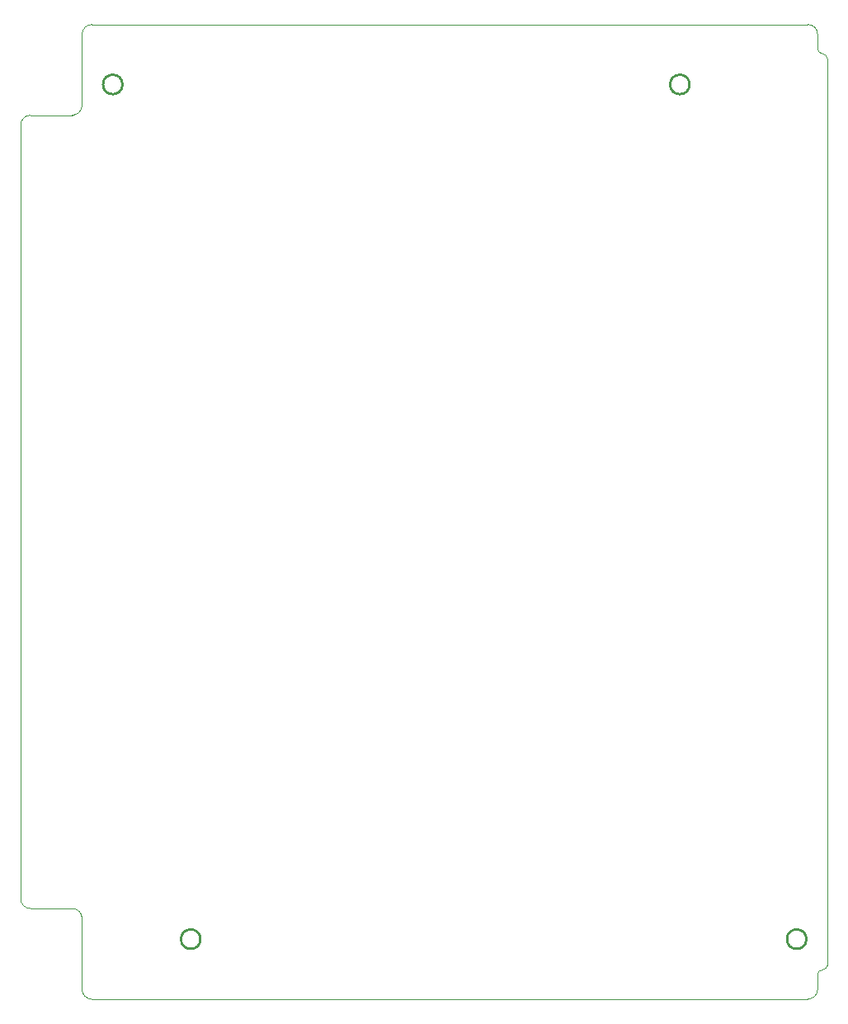
<source format=gm1>
G04 #@! TF.GenerationSoftware,KiCad,Pcbnew,8.0.2*
G04 #@! TF.CreationDate,2024-08-20T08:19:13+02:00*
G04 #@! TF.ProjectId,STS1_SIDEPANEL,53545331-5f53-4494-9445-50414e454c2e,rev?*
G04 #@! TF.SameCoordinates,Original*
G04 #@! TF.FileFunction,Profile,NP*
%FSLAX46Y46*%
G04 Gerber Fmt 4.6, Leading zero omitted, Abs format (unit mm)*
G04 Created by KiCad (PCBNEW 8.0.2) date 2024-08-20 08:19:13*
%MOMM*%
%LPD*%
G01*
G04 APERTURE LIST*
G04 #@! TA.AperFunction,Profile*
%ADD10C,0.100000*%
G04 #@! TD*
G04 #@! TA.AperFunction,Profile*
%ADD11C,0.250000*%
G04 #@! TD*
G04 APERTURE END LIST*
D10*
X83600000Y-49800000D02*
X83600000Y-129200000D01*
X84600000Y-48800000D02*
X88900000Y-48800000D01*
X84600000Y-130200000D02*
X88900000Y-130200000D01*
X89900000Y-47800000D02*
X89900000Y-40500000D01*
X89900000Y-131200000D02*
X89900000Y-138500000D01*
X90900000Y-39500000D02*
X164400000Y-39500000D01*
X90900000Y-139500000D02*
X164400000Y-139500000D01*
X165400000Y-40500000D02*
X165400000Y-42000000D01*
X165400000Y-138500000D02*
X165400000Y-137000000D01*
X166400000Y-43000000D02*
X166400000Y-136000000D01*
X83600000Y-49800000D02*
G75*
G02*
X84600000Y-48800000I1007256J-7256D01*
G01*
X84600000Y-130200000D02*
G75*
G02*
X83600000Y-129200000I7256J1007256D01*
G01*
X88900000Y-130200000D02*
G75*
G02*
X89900000Y-131200000I-7256J-1007256D01*
G01*
X89900000Y-40500000D02*
G75*
G02*
X90900000Y-39500000I1007256J-7256D01*
G01*
X89900000Y-47800000D02*
G75*
G02*
X88900000Y-48800000I-1007256J7256D01*
G01*
X90900000Y-139500000D02*
G75*
G02*
X89900000Y-138500000I7256J1007256D01*
G01*
X164400000Y-39500000D02*
G75*
G02*
X165400000Y-40500000I-7300J-1007300D01*
G01*
X165400000Y-137000000D02*
G75*
G02*
X165900000Y-136500000I479100J20900D01*
G01*
X165400000Y-138500000D02*
G75*
G02*
X164400000Y-139500000I-1007300J7300D01*
G01*
X165900000Y-42500000D02*
G75*
G02*
X165400000Y-42000000I31400J531400D01*
G01*
X165900000Y-42500000D02*
G75*
G02*
X166400000Y-43000000I-75100J-575100D01*
G01*
X166400000Y-136000000D02*
G75*
G02*
X165900000Y-136500000I-552200J52200D01*
G01*
D11*
X94050000Y-45650000D02*
G75*
G02*
X92050000Y-45650000I-1000000J0D01*
G01*
X92050000Y-45650000D02*
G75*
G02*
X94050000Y-45650000I1000000J0D01*
G01*
X102050000Y-133350000D02*
G75*
G02*
X100050000Y-133350000I-1000000J0D01*
G01*
X100050000Y-133350000D02*
G75*
G02*
X102050000Y-133350000I1000000J0D01*
G01*
X152250000Y-45650000D02*
G75*
G02*
X150250000Y-45650000I-1000000J0D01*
G01*
X150250000Y-45650000D02*
G75*
G02*
X152250000Y-45650000I1000000J0D01*
G01*
X164250000Y-133350000D02*
G75*
G02*
X162250000Y-133350000I-1000000J0D01*
G01*
X162250000Y-133350000D02*
G75*
G02*
X164250000Y-133350000I1000000J0D01*
G01*
M02*

</source>
